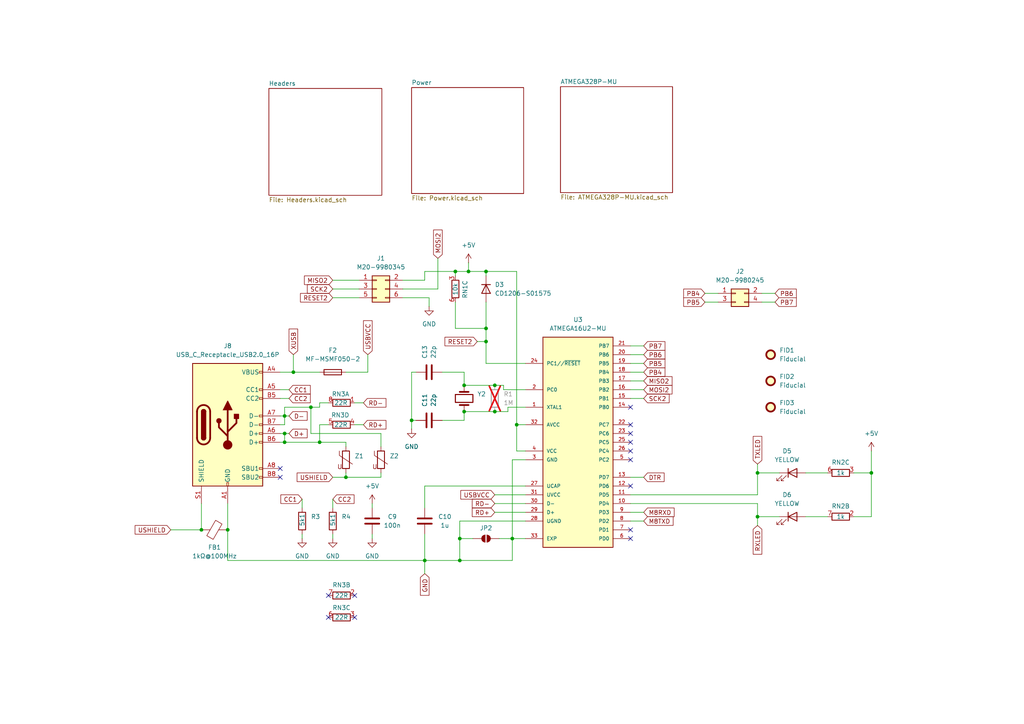
<source format=kicad_sch>
(kicad_sch (version 20231120) (generator "eeschema") (generator_version "8.0")
  (paper "A4")
  (title_block (title "Arduino Uno SMD (Type-C)") (date "2024-05-08") (rev "1") (company "Carlos Sabogal"))
  (lib_symbols
    (symbol "Arduino Uno SMD:ATMEGA16U2-MU" (pin_names (offset 1.016))
      (property "Reference" "U" (at -10.1697 34.0687 0))
      (property "Value" "ATMEGA16U2-MU" (at -10.16 -30.226 0))
      (symbol "ATMEGA16U2-MU_0_0"
        (rectangle (start -10.16 33.02) (end 10.16 -27.94) (stroke (width 0.254)) (fill (type background)))
        (pin input line (at -15.24 12.7 0) (length 5.08) (name "XTAL1") (number "1"))
        (pin bidirectional line (at 15.24 -15.24 180) (length 5.08) (name "PD4") (number "10"))
        (pin bidirectional line (at 15.24 -12.7 180) (length 5.08) (name "PD5") (number "11"))
        (pin bidirectional line (at 15.24 -10.16 180) (length 5.08) (name "PD6") (number "12"))
        (pin bidirectional line (at 15.24 -7.62 180) (length 5.08) (name "PD7") (number "13"))
        (pin bidirectional line (at 15.24 12.7 180) (length 5.08) (name "PB0") (number "14"))
        (pin bidirectional line (at 15.24 15.24 180) (length 5.08) (name "PB1") (number "15"))
        (pin bidirectional line (at 15.24 17.78 180) (length 5.08) (name "PB2") (number "16"))
        (pin bidirectional line (at 15.24 20.32 180) (length 5.08) (name "PB3") (number "17"))
        (pin bidirectional line (at 15.24 22.86 180) (length 5.08) (name "PB4") (number "18"))
        (pin bidirectional line (at 15.24 25.4 180) (length 5.08) (name "PB5") (number "19"))
        (pin bidirectional line (at -15.24 17.78 0) (length 5.08) (name "PC0") (number "2"))
        (pin bidirectional line (at 15.24 27.94 180) (length 5.08) (name "PB6") (number "20"))
        (pin bidirectional line (at 15.24 30.48 180) (length 5.08) (name "PB7") (number "21"))
        (pin bidirectional line (at 15.24 7.62 180) (length 5.08) (name "PC7") (number "22"))
        (pin bidirectional line (at 15.24 5.08 180) (length 5.08) (name "PC6") (number "23"))
        (pin bidirectional line (at -15.24 25.4 0) (length 5.08) (name "PC1//~{RESET}") (number "24"))
        (pin bidirectional line (at 15.24 2.54 180) (length 5.08) (name "PC5") (number "25"))
        (pin bidirectional line (at 15.24 0 180) (length 5.08) (name "PC4") (number "26"))
        (pin output line (at -15.24 -10.16 0) (length 5.08) (name "UCAP") (number "27"))
        (pin power_in line (at -15.24 -20.32 0) (length 5.08) (name "UGND") (number "28"))
        (pin bidirectional line (at -15.24 -17.78 0) (length 5.08) (name "D+") (number "29"))
        (pin power_in line (at -15.24 -2.54 0) (length 5.08) (name "GND") (number "3"))
        (pin bidirectional line (at -15.24 -15.24 0) (length 5.08) (name "D-") (number "30"))
        (pin power_in line (at -15.24 -12.7 0) (length 5.08) (name "UVCC") (number "31"))
        (pin power_in line (at -15.24 7.62 0) (length 5.08) (name "AVCC") (number "32"))
        (pin power_in line (at -15.24 -25.4 0) (length 5.08) (name "EXP") (number "33"))
        (pin power_in line (at -15.24 0 0) (length 5.08) (name "VCC") (number "4"))
        (pin bidirectional line (at 15.24 -2.54 180) (length 5.08) (name "PC2") (number "5"))
        (pin bidirectional line (at 15.24 -25.4 180) (length 5.08) (name "PD0") (number "6"))
        (pin bidirectional line (at 15.24 -22.86 180) (length 5.08) (name "PD1") (number "7"))
        (pin bidirectional line (at 15.24 -20.32 180) (length 5.08) (name "PD2") (number "8"))
        (pin bidirectional line (at 15.24 -17.78 180) (length 5.08) (name "PD3") (number "9"))
      )
    )
    (symbol "Connector:USB_C_Receptacle_USB2.0_16P" (pin_names (offset 1.016))
      (property "Reference" "J" (at 0 22.225 0))
      (property "Value" "USB_C_Receptacle_USB2.0_16P" (at 0 19.685 0))
      (symbol "USB_C_Receptacle_USB2.0_16P_0_0"
        (rectangle (start -0.254 -17.78) (end 0.254 -16.764))
        (rectangle (start 10.16 -14.986) (end 9.144 -15.494))
        (rectangle (start 10.16 -12.446) (end 9.144 -12.954))
        (rectangle (start 10.16 -4.826) (end 9.144 -5.334))
        (rectangle (start 10.16 -2.286) (end 9.144 -2.794))
        (rectangle (start 10.16 0.254) (end 9.144 -0.254))
        (rectangle (start 10.16 2.794) (end 9.144 2.286))
        (rectangle (start 10.16 7.874) (end 9.144 7.366))
        (rectangle (start 10.16 10.414) (end 9.144 9.906))
        (rectangle (start 10.16 15.494) (end 9.144 14.986))
      )
      (symbol "USB_C_Receptacle_USB2.0_16P_0_1"
        (rectangle (start -10.16 17.78) (end 10.16 -17.78) (stroke (width 0.254)) (fill (type background)))
        (arc (start -8.89 -3.81) (mid -6.985 -5.7067) (end -5.08 -3.81) (stroke (width 0.508)))
        (arc (start -7.62 -3.81) (mid -6.985 -4.4423) (end -6.35 -3.81) (stroke (width 0.254)))
        (arc (start -7.62 -3.81) (mid -6.985 -4.4423) (end -6.35 -3.81) (stroke (width 0.254)) (fill (type outline)))
        (rectangle (start -7.62 -3.81) (end -6.35 3.81) (stroke (width 0.254)) (fill (type outline)))
        (arc (start -6.35 3.81) (mid -6.985 4.4423) (end -7.62 3.81) (stroke (width 0.254)))
        (arc (start -6.35 3.81) (mid -6.985 4.4423) (end -7.62 3.81) (stroke (width 0.254)) (fill (type outline)))
        (arc (start -5.08 3.81) (mid -6.985 5.7067) (end -8.89 3.81) (stroke (width 0.508)))
        (circle (center -2.54 1.143) (radius 0.635) (stroke (width 0.254)) (fill (type outline)))
        (circle (center 0 -5.842) (radius 1.27) (fill (type outline)))
        (polyline (pts (xy -8.89 -3.81) (xy -8.89 3.81)) (stroke (width 0.508)))
        (polyline (pts (xy -5.08 3.81) (xy -5.08 -3.81)) (stroke (width 0.508)))
        (polyline (pts (xy 0 -5.842) (xy 0 4.318)) (stroke (width 0.508)))
        (polyline (pts (xy 0 -3.302) (xy -2.54 -0.762) (xy -2.54 0.508)) (stroke (width 0.508)))
        (polyline (pts (xy 0 -2.032) (xy 2.54 0.508) (xy 2.54 1.778)) (stroke (width 0.508)))
        (polyline (pts (xy -1.27 4.318) (xy 0 6.858) (xy 1.27 4.318) (xy -1.27 4.318)) (stroke (width 0.254)) (fill (type outline)))
        (rectangle (start 1.905 1.778) (end 3.175 3.048) (stroke (width 0.254)) (fill (type outline)))
      )
      (symbol "USB_C_Receptacle_USB2.0_16P_1_1"
        (pin passive line (at 0 -22.86 90) (length 5.08) (name "GND") (number "A1"))
        (pin passive line (at 0 -22.86 90) (length 5.08) hide (name "GND") (number "A12"))
        (pin passive line (at 15.24 15.24 180) (length 5.08) (name "VBUS") (number "A4"))
        (pin bidirectional line (at 15.24 10.16 180) (length 5.08) (name "CC1") (number "A5"))
        (pin bidirectional line (at 15.24 -2.54 180) (length 5.08) (name "D+") (number "A6"))
        (pin bidirectional line (at 15.24 2.54 180) (length 5.08) (name "D-") (number "A7"))
        (pin bidirectional line (at 15.24 -12.7 180) (length 5.08) (name "SBU1") (number "A8"))
        (pin passive line (at 15.24 15.24 180) (length 5.08) hide (name "VBUS") (number "A9"))
        (pin passive line (at 0 -22.86 90) (length 5.08) hide (name "GND") (number "B1"))
        (pin passive line (at 0 -22.86 90) (length 5.08) hide (name "GND") (number "B12"))
        (pin passive line (at 15.24 15.24 180) (length 5.08) hide (name "VBUS") (number "B4"))
        (pin bidirectional line (at 15.24 7.62 180) (length 5.08) (name "CC2") (number "B5"))
        (pin bidirectional line (at 15.24 -5.08 180) (length 5.08) (name "D+") (number "B6"))
        (pin bidirectional line (at 15.24 0 180) (length 5.08) (name "D-") (number "B7"))
        (pin bidirectional line (at 15.24 -15.24 180) (length 5.08) (name "SBU2") (number "B8"))
        (pin passive line (at 15.24 15.24 180) (length 5.08) hide (name "VBUS") (number "B9"))
        (pin passive line (at -7.62 -22.86 90) (length 5.08) (name "SHIELD") (number "S1"))
      )
    )
    (symbol "Connector_Generic:Conn_02x02_Odd_Even" (pin_names (offset 1.016) hide)
      (property "Reference" "J" (at 1.27 2.54 0))
      (property "Value" "Conn_02x02_Odd_Even" (at 1.27 -5.08 0))
      (symbol "Conn_02x02_Odd_Even_1_1"
        (rectangle (start -1.27 -2.413) (end 0 -2.667) (stroke (width 0.1524)))
        (rectangle (start -1.27 0.127) (end 0 -0.127) (stroke (width 0.1524)))
        (rectangle (start -1.27 1.27) (end 3.81 -3.81) (stroke (width 0.254)) (fill (type background)))
        (rectangle (start 3.81 -2.413) (end 2.54 -2.667) (stroke (width 0.1524)))
        (rectangle (start 3.81 0.127) (end 2.54 -0.127) (stroke (width 0.1524)))
        (pin passive line (at -5.08 0 0) (length 3.81) (name "Pin_1") (number "1"))
        (pin passive line (at 7.62 0 180) (length 3.81) (name "Pin_2") (number "2"))
        (pin passive line (at -5.08 -2.54 0) (length 3.81) (name "Pin_3") (number "3"))
        (pin passive line (at 7.62 -2.54 180) (length 3.81) (name "Pin_4") (number "4"))
      )
    )
    (symbol "Connector_Generic:Conn_02x03_Odd_Even" (pin_names (offset 1.016) hide)
      (property "Reference" "J" (at 1.27 5.08 0))
      (property "Value" "Conn_02x03_Odd_Even" (at 1.27 -5.08 0))
      (symbol "Conn_02x03_Odd_Even_1_1"
        (rectangle (start -1.27 -2.413) (end 0 -2.667) (stroke (width 0.1524)))
        (rectangle (start -1.27 0.127) (end 0 -0.127) (stroke (width 0.1524)))
        (rectangle (start -1.27 2.667) (end 0 2.413) (stroke (width 0.1524)))
        (rectangle (start -1.27 3.81) (end 3.81 -3.81) (stroke (width 0.254)) (fill (type background)))
        (rectangle (start 3.81 -2.413) (end 2.54 -2.667) (stroke (width 0.1524)))
        (rectangle (start 3.81 0.127) (end 2.54 -0.127) (stroke (width 0.1524)))
        (rectangle (start 3.81 2.667) (end 2.54 2.413) (stroke (width 0.1524)))
        (pin passive line (at -5.08 2.54 0) (length 3.81) (name "Pin_1") (number "1"))
        (pin passive line (at 7.62 2.54 180) (length 3.81) (name "Pin_2") (number "2"))
        (pin passive line (at -5.08 0 0) (length 3.81) (name "Pin_3") (number "3"))
        (pin passive line (at 7.62 0 180) (length 3.81) (name "Pin_4") (number "4"))
        (pin passive line (at -5.08 -2.54 0) (length 3.81) (name "Pin_5") (number "5"))
        (pin passive line (at 7.62 -2.54 180) (length 3.81) (name "Pin_6") (number "6"))
      )
    )
    (symbol "Device:C" (pin_numbers hide) (pin_names (offset 0.254))
      (property "Reference" "C" (at 0.635 2.54 0))
      (property "Value" "C" (at 0.635 -2.54 0))
      (symbol "C_0_1"
        (polyline (pts (xy -2.032 -0.762) (xy 2.032 -0.762)) (stroke (width 0.508)))
        (polyline (pts (xy -2.032 0.762) (xy 2.032 0.762)) (stroke (width 0.508)))
      )
      (symbol "C_1_1"
        (pin passive line (at 0 3.81 270) (length 2.794) (name "~") (number "1"))
        (pin passive line (at 0 -3.81 90) (length 2.794) (name "~") (number "2"))
      )
    )
    (symbol "Device:Crystal" (pin_numbers hide) (pin_names (offset 1.016) hide)
      (property "Reference" "Y" (at 0 3.81 0))
      (property "Value" "Crystal" (at 0 -3.81 0))
      (symbol "Crystal_0_1"
        (rectangle (start -1.143 2.54) (end 1.143 -2.54) (stroke (width 0.3048)))
        (polyline (pts (xy -2.54 0) (xy -1.905 0)))
        (polyline (pts (xy -1.905 -1.27) (xy -1.905 1.27)) (stroke (width 0.508)))
        (polyline (pts (xy 1.905 -1.27) (xy 1.905 1.27)) (stroke (width 0.508)))
        (polyline (pts (xy 2.54 0) (xy 1.905 0)))
      )
      (symbol "Crystal_1_1"
        (pin passive line (at -3.81 0 0) (length 1.27) (name "1") (number "1"))
        (pin passive line (at 3.81 0 180) (length 1.27) (name "2") (number "2"))
      )
    )
    (symbol "Device:D" (pin_numbers hide) (pin_names (offset 1.016) hide)
      (property "Reference" "D" (at 0 2.54 0))
      (property "Value" "D" (at 0 -2.54 0))
      (symbol "D_0_1"
        (polyline (pts (xy -1.27 1.27) (xy -1.27 -1.27)) (stroke (width 0.254)))
        (polyline (pts (xy 1.27 0) (xy -1.27 0)))
        (polyline (pts (xy 1.27 1.27) (xy 1.27 -1.27) (xy -1.27 0) (xy 1.27 1.27)) (stroke (width 0.254)))
      )
      (symbol "D_1_1"
        (pin passive line (at -3.81 0 0) (length 2.54) (name "K") (number "1"))
        (pin passive line (at 3.81 0 180) (length 2.54) (name "A") (number "2"))
      )
    )
    (symbol "Device:FerriteBead" (pin_numbers hide) (pin_names (offset 0))
      (property "Reference" "FB" (at -3.81 0.635 90))
      (property "Value" "FerriteBead" (at 3.81 0 90))
      (symbol "FerriteBead_0_1"
        (polyline (pts (xy 0 -1.27) (xy 0 -1.2192)))
        (polyline (pts (xy 0 1.27) (xy 0 1.2954)))
        (polyline (pts (xy -2.7686 0.4064) (xy -1.7018 2.2606) (xy 2.7686 -0.3048) (xy 1.6764 -2.159) (xy -2.7686 0.4064)))
      )
      (symbol "FerriteBead_1_1"
        (pin passive line (at 0 3.81 270) (length 2.54) (name "~") (number "1"))
        (pin passive line (at 0 -3.81 90) (length 2.54) (name "~") (number "2"))
      )
    )
    (symbol "Device:Fuse" (pin_numbers hide) (pin_names (offset 0))
      (property "Reference" "F" (at 2.032 0 90))
      (property "Value" "Fuse" (at -1.905 0 90))
      (symbol "Fuse_0_1"
        (rectangle (start -0.762 -2.54) (end 0.762 2.54) (stroke (width 0.254)))
        (polyline (pts (xy 0 2.54) (xy 0 -2.54)))
      )
      (symbol "Fuse_1_1"
        (pin passive line (at 0 3.81 270) (length 1.27) (name "~") (number "1"))
        (pin passive line (at 0 -3.81 90) (length 1.27) (name "~") (number "2"))
      )
    )
    (symbol "Device:LED" (pin_numbers hide) (pin_names (offset 1.016) hide)
      (property "Reference" "D" (at 0 2.54 0))
      (property "Value" "LED" (at 0 -2.54 0))
      (symbol "LED_0_1"
        (polyline (pts (xy -1.27 -1.27) (xy -1.27 1.27)) (stroke (width 0.254)))
        (polyline (pts (xy -1.27 0) (xy 1.27 0)))
        (polyline (pts (xy 1.27 -1.27) (xy 1.27 1.27) (xy -1.27 0) (xy 1.27 -1.27)) (stroke (width 0.254)))
        (polyline (pts (xy -3.048 -0.762) (xy -4.572 -2.286) (xy -3.81 -2.286) (xy -4.572 -2.286) (xy -4.572 -1.524)))
        (polyline (pts (xy -1.778 -0.762) (xy -3.302 -2.286) (xy -2.54 -2.286) (xy -3.302 -2.286) (xy -3.302 -1.524)))
      )
      (symbol "LED_1_1"
        (pin passive line (at -3.81 0 0) (length 2.54) (name "K") (number "1"))
        (pin passive line (at 3.81 0 180) (length 2.54) (name "A") (number "2"))
      )
    )
    (symbol "Device:R" (pin_numbers hide) (pin_names (offset 0))
      (property "Reference" "R" (at 2.032 0 90))
      (property "Value" "R" (at 0 0 90))
      (symbol "R_0_1"
        (rectangle (start -1.016 -2.54) (end 1.016 2.54) (stroke (width 0.254)))
      )
      (symbol "R_1_1"
        (pin passive line (at 0 3.81 270) (length 1.27) (name "~") (number "1"))
        (pin passive line (at 0 -3.81 90) (length 1.27) (name "~") (number "2"))
      )
    )
    (symbol "Device:R_Pack04_Split" (pin_names (offset 0) hide)
      (property "Reference" "RN" (at 2.032 0 90))
      (property "Value" "R_Pack04_Split" (at 0 0 90))
      (symbol "R_Pack04_Split_0_1"
        (rectangle (start 1.016 2.54) (end -1.016 -2.54) (stroke (width 0.254)))
      )
      (symbol "R_Pack04_Split_1_1"
        (pin passive line (at 0 -3.81 90) (length 1.27) (name "R1.1") (number "1"))
        (pin passive line (at 0 3.81 270) (length 1.27) (name "R1.2") (number "8"))
      )
      (symbol "R_Pack04_Split_2_1"
        (pin passive line (at 0 -3.81 90) (length 1.27) (name "R2.1") (number "2"))
        (pin passive line (at 0 3.81 270) (length 1.27) (name "R2.2") (number "7"))
      )
      (symbol "R_Pack04_Split_3_1"
        (pin passive line (at 0 -3.81 90) (length 1.27) (name "R3.1") (number "3"))
        (pin passive line (at 0 3.81 270) (length 1.27) (name "R3.2") (number "6"))
      )
      (symbol "R_Pack04_Split_4_1"
        (pin passive line (at 0 -3.81 90) (length 1.27) (name "R4.1") (number "4"))
        (pin passive line (at 0 3.81 270) (length 1.27) (name "R4.2") (number "5"))
      )
    )
    (symbol "Device:Varistor" (pin_numbers hide) (pin_names (offset 0))
      (property "Reference" "RV" (at 3.175 0 90))
      (property "Value" "Varistor" (at -3.175 0 90))
      (symbol "Varistor_0_0"
        (text "U" (at -1.778 -2.032 0) (effects (font (size 1.27 1.27))))
      )
      (symbol "Varistor_0_1"
        (rectangle (start -1.016 -2.54) (end 1.016 2.54) (stroke (width 0.254)))
        (polyline (pts (xy -1.905 2.54) (xy -1.905 1.27) (xy 1.905 -1.27)))
      )
      (symbol "Varistor_1_1"
        (pin passive line (at 0 3.81 270) (length 1.27) (name "~") (number "1"))
        (pin passive line (at 0 -3.81 90) (length 1.27) (name "~") (number "2"))
      )
    )
    (symbol "Jumper:SolderJumper_2_Open" (pin_numbers hide) (pin_names (offset 0) hide) (exclude_from_sim yes) (in_bom no)
      (property "Reference" "JP" (at 0 2.032 0))
      (property "Value" "SolderJumper_2_Open" (at 0 -2.54 0))
      (symbol "SolderJumper_2_Open_0_1"
        (arc (start -0.254 1.016) (mid -1.2656 0) (end -0.254 -1.016))
        (arc (start -0.254 1.016) (mid -1.2656 0) (end -0.254 -1.016) (fill (type outline)))
        (polyline (pts (xy -0.254 1.016) (xy -0.254 -1.016)))
        (polyline (pts (xy 0.254 1.016) (xy 0.254 -1.016)))
        (arc (start 0.254 -1.016) (mid 1.2656 0) (end 0.254 1.016))
        (arc (start 0.254 -1.016) (mid 1.2656 0) (end 0.254 1.016) (fill (type outline)))
      )
      (symbol "SolderJumper_2_Open_1_1"
        (pin passive line (at -3.81 0 0) (length 2.54) (name "A") (number "1"))
        (pin passive line (at 3.81 0 180) (length 2.54) (name "B") (number "2"))
      )
    )
    (symbol "Mechanical:Fiducial" (exclude_from_sim yes) (in_bom no)
      (property "Reference" "FID" (at 0 5.08 0))
      (property "Value" "Fiducial" (at 0 3.175 0))
      (symbol "Fiducial_0_1"
        (circle (center 0 0) (radius 1.27) (stroke (width 0.508)) (fill (type background)))
      )
    )
    (symbol "power:+5V" (power) (pin_numbers hide) (pin_names (offset 0) hide)
      (property "Value" "+5V" (at 0 3.556 0))
      (symbol "+5V_0_1"
        (polyline (pts (xy -0.762 1.27) (xy 0 2.54)))
        (polyline (pts (xy 0 0) (xy 0 2.54)))
        (polyline (pts (xy 0 2.54) (xy 0.762 1.27)))
      )
      (symbol "+5V_1_1"
        (pin power_in line (at 0 0 90) (length 0) (name "~") (number "1"))
      )
    )
    (symbol "power:GND" (power) (pin_numbers hide) (pin_names (offset 0) hide)
      (property "Value" "GND" (at 0 -3.81 0))
      (symbol "GND_0_1"
        (polyline (pts (xy 0 0) (xy 0 -1.27) (xy 1.27 -1.27) (xy 0 -2.54) (xy -1.27 -1.27) (xy 0 -1.27)))
      )
      (symbol "GND_1_1"
        (pin power_in line (at 0 0 270) (length 0) (name "~") (number "1"))
      )
    )
  )
  (junction (at 219.71 137.16))
  (junction (at 66.04 153.67))
  (junction (at 85.09 107.95))
  (junction (at 143.51 111.76))
  (junction (at 92.71 128.27))
  (junction (at 140.97 78.74))
  (junction (at 143.51 119.38))
  (junction (at 123.19 162.56))
  (junction (at 140.97 95.25))
  (junction (at 82.55 128.27))
  (junction (at 252.73 137.16))
  (junction (at 82.55 125.73))
  (junction (at 134.62 111.76))
  (junction (at 90.17 118.11))
  (junction (at 148.59 156.21))
  (junction (at 58.42 153.67))
  (junction (at 149.86 123.19))
  (junction (at 219.71 149.86))
  (junction (at 119.38 121.92))
  (junction (at 132.08 78.74))
  (junction (at 134.62 119.38))
  (junction (at 133.35 156.21))
  (junction (at 140.97 99.06))
  (junction (at 82.55 120.65))
  (junction (at 133.35 162.56))
  (junction (at 135.89 78.74))
  (junction (at 100.33 138.43))
  (no_connect (at 182.88 140.97))
  (no_connect (at 182.88 125.73))
  (no_connect (at 182.88 118.11))
  (no_connect (at 81.28 135.89))
  (no_connect (at 102.87 172.72))
  (no_connect (at 182.88 153.67))
  (no_connect (at 95.25 172.72))
  (no_connect (at 81.28 138.43))
  (no_connect (at 95.25 179.07))
  (no_connect (at 182.88 128.27))
  (no_connect (at 102.87 179.07))
  (no_connect (at 182.88 133.35))
  (no_connect (at 182.88 130.81))
  (no_connect (at 182.88 156.21))
  (no_connect (at 182.88 123.19))
  (wire (pts (xy 123.19 140.97) (xy 123.19 147.32)))
  (wire (pts (xy 95.25 123.19) (xy 92.71 123.19)))
  (wire (pts (xy 143.51 148.59) (xy 152.4 148.59)))
  (wire (pts (xy 134.62 111.76) (xy 143.51 111.76)))
  (wire (pts (xy 219.71 149.86) (xy 226.06 149.86)))
  (wire (pts (xy 133.35 156.21) (xy 137.16 156.21)))
  (wire (pts (xy 140.97 99.06) (xy 140.97 95.25)))
  (wire (pts (xy 149.86 123.19) (xy 149.86 130.81)))
  (wire (pts (xy 149.86 78.74) (xy 140.97 78.74)))
  (wire (pts (xy 186.69 107.95) (xy 182.88 107.95)))
  (wire (pts (xy 135.89 76.2) (xy 135.89 78.74)))
  (wire (pts (xy 132.08 80.01) (xy 132.08 78.74)))
  (wire (pts (xy 82.55 120.65) (xy 81.28 120.65)))
  (wire (pts (xy 119.38 107.95) (xy 120.65 107.95)))
  (wire (pts (xy 186.69 110.49) (xy 182.88 110.49)))
  (wire (pts (xy 100.33 137.16) (xy 100.33 138.43)))
  (wire (pts (xy 87.63 156.21) (xy 87.63 154.94)))
  (wire (pts (xy 81.28 123.19) (xy 82.55 123.19)))
  (wire (pts (xy 133.35 156.21) (xy 133.35 162.56)))
  (wire (pts (xy 92.71 118.11) (xy 90.17 118.11)))
  (wire (pts (xy 105.41 116.84) (xy 102.87 116.84)))
  (wire (pts (xy 186.69 115.57) (xy 182.88 115.57)))
  (wire (pts (xy 140.97 78.74) (xy 135.89 78.74)))
  (wire (pts (xy 224.79 87.63) (xy 220.98 87.63)))
  (wire (pts (xy 132.08 87.63) (xy 132.08 95.25)))
  (wire (pts (xy 110.49 138.43) (xy 110.49 137.16)))
  (wire (pts (xy 92.71 123.19) (xy 92.71 128.27)))
  (wire (pts (xy 82.55 123.19) (xy 82.55 120.65)))
  (wire (pts (xy 49.53 153.67) (xy 58.42 153.67)))
  (wire (pts (xy 124.46 86.36) (xy 124.46 88.9)))
  (wire (pts (xy 252.73 137.16) (xy 252.73 149.86)))
  (wire (pts (xy 252.73 130.81) (xy 252.73 137.16)))
  (wire (pts (xy 100.33 138.43) (xy 110.49 138.43)))
  (wire (pts (xy 110.49 129.54) (xy 110.49 125.73)))
  (wire (pts (xy 81.28 128.27) (xy 82.55 128.27)))
  (wire (pts (xy 82.55 128.27) (xy 82.55 125.73)))
  (wire (pts (xy 252.73 149.86) (xy 247.65 149.86)))
  (wire (pts (xy 148.59 156.21) (xy 152.4 156.21)))
  (wire (pts (xy 116.84 86.36) (xy 124.46 86.36)))
  (wire (pts (xy 149.86 123.19) (xy 152.4 123.19)))
  (wire (pts (xy 143.51 143.51) (xy 152.4 143.51)))
  (wire (pts (xy 92.71 116.84) (xy 95.25 116.84)))
  (wire (pts (xy 123.19 166.37) (xy 123.19 162.56)))
  (wire (pts (xy 90.17 118.11) (xy 82.55 118.11)))
  (wire (pts (xy 144.78 156.21) (xy 148.59 156.21)))
  (wire (pts (xy 105.41 123.19) (xy 102.87 123.19)))
  (wire (pts (xy 182.88 143.51) (xy 219.71 143.51)))
  (wire (pts (xy 123.19 162.56) (xy 123.19 154.94)))
  (wire (pts (xy 186.69 148.59) (xy 182.88 148.59)))
  (wire (pts (xy 133.35 151.13) (xy 133.35 156.21)))
  (wire (pts (xy 219.71 137.16) (xy 226.06 137.16)))
  (wire (pts (xy 116.84 81.28) (xy 123.19 81.28)))
  (wire (pts (xy 219.71 137.16) (xy 219.71 134.62)))
  (wire (pts (xy 82.55 118.11) (xy 82.55 120.65)))
  (wire (pts (xy 152.4 133.35) (xy 148.59 133.35)))
  (wire (pts (xy 85.09 107.95) (xy 81.28 107.95)))
  (wire (pts (xy 87.63 144.78) (xy 87.63 147.32)))
  (wire (pts (xy 134.62 119.38) (xy 143.51 119.38)))
  (wire (pts (xy 96.52 81.28) (xy 104.14 81.28)))
  (wire (pts (xy 233.68 137.16) (xy 240.03 137.16)))
  (wire (pts (xy 208.28 87.63) (xy 204.47 87.63)))
  (wire (pts (xy 152.4 151.13) (xy 133.35 151.13)))
  (wire (pts (xy 233.68 149.86) (xy 240.03 149.86)))
  (wire (pts (xy 143.51 146.05) (xy 152.4 146.05)))
  (wire (pts (xy 123.19 78.74) (xy 123.19 81.28)))
  (wire (pts (xy 182.88 146.05) (xy 219.71 146.05)))
  (wire (pts (xy 140.97 87.63) (xy 140.97 95.25)))
  (wire (pts (xy 96.52 144.78) (xy 96.52 147.32)))
  (wire (pts (xy 134.62 111.76) (xy 134.62 107.95)))
  (wire (pts (xy 132.08 95.25) (xy 140.97 95.25)))
  (wire (pts (xy 123.19 78.74) (xy 132.08 78.74)))
  (wire (pts (xy 96.52 138.43) (xy 100.33 138.43)))
  (wire (pts (xy 107.95 156.21) (xy 107.95 154.94)))
  (wire (pts (xy 96.52 156.21) (xy 96.52 154.94)))
  (wire (pts (xy 100.33 128.27) (xy 92.71 128.27)))
  (wire (pts (xy 219.71 143.51) (xy 219.71 137.16)))
  (wire (pts (xy 152.4 118.11) (xy 147.32 118.11)))
  (wire (pts (xy 186.69 100.33) (xy 182.88 100.33)))
  (wire (pts (xy 127 74.93) (xy 127 83.82)))
  (wire (pts (xy 83.82 120.65) (xy 82.55 120.65)))
  (wire (pts (xy 85.09 107.95) (xy 92.71 107.95)))
  (wire (pts (xy 140.97 105.41) (xy 140.97 99.06)))
  (wire (pts (xy 219.71 146.05) (xy 219.71 149.86)))
  (wire (pts (xy 66.04 162.56) (xy 123.19 162.56)))
  (wire (pts (xy 148.59 162.56) (xy 148.59 156.21)))
  (wire (pts (xy 96.52 86.36) (xy 104.14 86.36)))
  (wire (pts (xy 224.79 85.09) (xy 220.98 85.09)))
  (wire (pts (xy 148.59 133.35) (xy 148.59 156.21)))
  (wire (pts (xy 106.68 102.87) (xy 106.68 107.95)))
  (wire (pts (xy 186.69 138.43) (xy 182.88 138.43)))
  (wire (pts (xy 119.38 107.95) (xy 119.38 121.92)))
  (wire (pts (xy 134.62 107.95) (xy 128.27 107.95)))
  (wire (pts (xy 147.32 118.11) (xy 147.32 119.38)))
  (wire (pts (xy 85.09 102.87) (xy 85.09 107.95)))
  (wire (pts (xy 100.33 128.27) (xy 100.33 129.54)))
  (wire (pts (xy 90.17 125.73) (xy 110.49 125.73)))
  (wire (pts (xy 128.27 121.92) (xy 134.62 121.92)))
  (wire (pts (xy 152.4 105.41) (xy 140.97 105.41)))
  (wire (pts (xy 119.38 121.92) (xy 120.65 121.92)))
  (wire (pts (xy 92.71 128.27) (xy 82.55 128.27)))
  (wire (pts (xy 146.05 113.03) (xy 146.05 111.76)))
  (wire (pts (xy 140.97 80.01) (xy 140.97 78.74)))
  (wire (pts (xy 133.35 162.56) (xy 123.19 162.56)))
  (wire (pts (xy 66.04 146.05) (xy 66.04 153.67)))
  (wire (pts (xy 92.71 116.84) (xy 92.71 118.11)))
  (wire (pts (xy 90.17 125.73) (xy 90.17 118.11)))
  (wire (pts (xy 138.43 99.06) (xy 140.97 99.06)))
  (wire (pts (xy 134.62 121.92) (xy 134.62 119.38)))
  (wire (pts (xy 66.04 153.67) (xy 66.04 162.56)))
  (wire (pts (xy 100.33 107.95) (xy 106.68 107.95)))
  (wire (pts (xy 133.35 162.56) (xy 148.59 162.56)))
  (wire (pts (xy 219.71 149.86) (xy 219.71 152.4)))
  (wire (pts (xy 107.95 146.05) (xy 107.95 147.32)))
  (wire (pts (xy 186.69 113.03) (xy 182.88 113.03)))
  (wire (pts (xy 83.82 125.73) (xy 82.55 125.73)))
  (wire (pts (xy 135.89 78.74) (xy 132.08 78.74)))
  (wire (pts (xy 83.82 115.57) (xy 81.28 115.57)))
  (wire (pts (xy 58.42 146.05) (xy 58.42 153.67)))
  (wire (pts (xy 149.86 78.74) (xy 149.86 123.19)))
  (wire (pts (xy 119.38 124.46) (xy 119.38 121.92)))
  (wire (pts (xy 143.51 111.76) (xy 146.05 111.76)))
  (wire (pts (xy 247.65 137.16) (xy 252.73 137.16)))
  (wire (pts (xy 152.4 140.97) (xy 123.19 140.97)))
  (wire (pts (xy 116.84 83.82) (xy 127 83.82)))
  (wire (pts (xy 96.52 83.82) (xy 104.14 83.82)))
  (wire (pts (xy 82.55 125.73) (xy 81.28 125.73)))
  (wire (pts (xy 186.69 151.13) (xy 182.88 151.13)))
  (wire (pts (xy 83.82 113.03) (xy 81.28 113.03)))
  (wire (pts (xy 186.69 102.87) (xy 182.88 102.87)))
  (wire (pts (xy 149.86 130.81) (xy 152.4 130.81)))
  (wire (pts (xy 152.4 113.03) (xy 146.05 113.03)))
  (wire (pts (xy 204.47 85.09) (xy 208.28 85.09)))
  (wire (pts (xy 186.69 105.41) (xy 182.88 105.41)))
  (wire (pts (xy 143.51 119.38) (xy 147.32 119.38)))
  (global_label "TXLED" (shape input) (at 219.71 134.62 90) (property "Intersheetrefs" "${INTERSHEET_REFS}" (effects (hide yes))))
  (global_label "SCK2" (shape input) (at 186.69 115.57 0) (property "Intersheetrefs" "${INTERSHEET_REFS}" (effects (hide yes))))
  (global_label "RD+" (shape input) (at 143.51 148.59 180) (property "Intersheetrefs" "${INTERSHEET_REFS}" (effects (hide yes))))
  (global_label "RESET2" (shape input) (at 96.52 86.36 180) (property "Intersheetrefs" "${INTERSHEET_REFS}" (effects (hide yes))))
  (global_label "XUSB" (shape input) (at 85.09 102.87 90) (property "Intersheetrefs" "${INTERSHEET_REFS}" (effects (hide yes))))
  (global_label "D+" (shape input) (at 83.82 125.73 0) (property "Intersheetrefs" "${INTERSHEET_REFS}" (effects (hide yes))))
  (global_label "RESET2" (shape input) (at 138.43 99.06 180) (property "Intersheetrefs" "${INTERSHEET_REFS}" (effects (hide yes))))
  (global_label "USBVCC" (shape input) (at 106.68 102.87 90) (property "Intersheetrefs" "${INTERSHEET_REFS}" (effects (hide yes))))
  (global_label "USBVCC" (shape input) (at 143.51 143.51 180) (property "Intersheetrefs" "${INTERSHEET_REFS}" (effects (hide yes))))
  (global_label "RD-" (shape input) (at 143.51 146.05 180) (property "Intersheetrefs" "${INTERSHEET_REFS}" (effects (hide yes))))
  (global_label "RD-" (shape input) (at 105.41 116.84 0) (property "Intersheetrefs" "${INTERSHEET_REFS}" (effects (hide yes))))
  (global_label "MOSI2" (shape input) (at 186.69 113.03 0) (property "Intersheetrefs" "${INTERSHEET_REFS}" (effects (hide yes))))
  (global_label "MISO2" (shape input) (at 186.69 110.49 0) (property "Intersheetrefs" "${INTERSHEET_REFS}" (effects (hide yes))))
  (global_label "RD+" (shape input) (at 105.41 123.19 0) (property "Intersheetrefs" "${INTERSHEET_REFS}" (effects (hide yes))))
  (global_label "CC1" (shape input) (at 83.82 113.03 0) (property "Intersheetrefs" "${INTERSHEET_REFS}" (effects (hide yes))))
  (global_label "PB7" (shape input) (at 224.79 87.63 0) (property "Intersheetrefs" "${INTERSHEET_REFS}" (effects (hide yes))))
  (global_label "SCK2" (shape input) (at 96.52 83.82 180) (property "Intersheetrefs" "${INTERSHEET_REFS}" (effects (hide yes))))
  (global_label "RXLED" (shape input) (at 219.71 152.4 270) (property "Intersheetrefs" "${INTERSHEET_REFS}" (effects (hide yes))))
  (global_label "PB7" (shape input) (at 186.69 100.33 0) (property "Intersheetrefs" "${INTERSHEET_REFS}" (effects (hide yes))))
  (global_label "GND" (shape input) (at 123.19 166.37 270) (property "Intersheetrefs" "${INTERSHEET_REFS}" (effects (hide yes))))
  (global_label "USHIELD" (shape input) (at 49.53 153.67 180) (property "Intersheetrefs" "${INTERSHEET_REFS}" (effects (hide yes))))
  (global_label "USHIELD" (shape input) (at 96.52 138.43 180) (property "Intersheetrefs" "${INTERSHEET_REFS}" (effects (hide yes))))
  (global_label "CC1" (shape input) (at 87.63 144.78 180) (property "Intersheetrefs" "${INTERSHEET_REFS}" (effects (hide yes))))
  (global_label "PB4" (shape input) (at 186.69 107.95 0) (property "Intersheetrefs" "${INTERSHEET_REFS}" (effects (hide yes))))
  (global_label "M8RXD" (shape input) (at 186.69 148.59 0) (property "Intersheetrefs" "${INTERSHEET_REFS}" (effects (hide yes))))
  (global_label "M8TXD" (shape input) (at 186.69 151.13 0) (property "Intersheetrefs" "${INTERSHEET_REFS}" (effects (hide yes))))
  (global_label "PB6" (shape input) (at 224.79 85.09 0) (property "Intersheetrefs" "${INTERSHEET_REFS}" (effects (hide yes))))
  (global_label "PB6" (shape input) (at 186.69 102.87 0) (property "Intersheetrefs" "${INTERSHEET_REFS}" (effects (hide yes))))
  (global_label "D-" (shape input) (at 83.82 120.65 0) (property "Intersheetrefs" "${INTERSHEET_REFS}" (effects (hide yes))))
  (global_label "PB5" (shape input) (at 204.47 87.63 180) (property "Intersheetrefs" "${INTERSHEET_REFS}" (effects (hide yes))))
  (global_label "PB4" (shape input) (at 204.47 85.09 180) (property "Intersheetrefs" "${INTERSHEET_REFS}" (effects (hide yes))))
  (global_label "MOSI2" (shape input) (at 127 74.93 90) (property "Intersheetrefs" "${INTERSHEET_REFS}" (effects (hide yes))))
  (global_label "DTR" (shape input) (at 186.69 138.43 0) (property "Intersheetrefs" "${INTERSHEET_REFS}" (effects (hide yes))))
  (global_label "CC2" (shape input) (at 96.52 144.78 0) (property "Intersheetrefs" "${INTERSHEET_REFS}" (effects (hide yes))))
  (global_label "PB5" (shape input) (at 186.69 105.41 0) (property "Intersheetrefs" "${INTERSHEET_REFS}" (effects (hide yes))))
  (global_label "CC2" (shape input) (at 83.82 115.57 0) (property "Intersheetrefs" "${INTERSHEET_REFS}" (effects (hide yes))))
  (global_label "MISO2" (shape input) (at 96.52 81.28 180) (property "Intersheetrefs" "${INTERSHEET_REFS}" (effects (hide yes))))
  (symbol (lib_id "Connector:USB_C_Receptacle_USB2.0_16P") (at 66.04 123.19 0) (unit 1)
    (property "Reference" "J8" (at 66.04 100.33 0))
    (property "Value" "USB_C_Receptacle_USB2.0_16P" (at 66.04 102.87 0))
    (property "Footprint" "Connector_USB:USB_C_Receptacle_GCT_USB4105-xx-A_16P_TopMnt_Horizontal" (effects (hide yes)))
    (property "Datasheet" "https://www.usb.org/sites/default/files/documents/usb_type-c.zip" (effects (hide yes)))
    (property "Description" "USB 2.0-only 16P Type-C Receptacle connector" (effects (hide yes)))
  )
  (symbol (lib_id "power:+5V") (at 135.89 76.2 0) (unit 1)
    (property "Reference" "#PWR025" (effects (hide yes)))
    (property "Value" "+5V" (at 135.89 71.12 0))
    (property "Description" "Power symbol creates a global label with name \"+5V\"" (effects (hide yes)))
  )
  (symbol (lib_id "power:GND") (at 119.38 124.46 0) (unit 1)
    (property "Reference" "#PWR027" (effects (hide yes)))
    (property "Value" "GND" (at 119.38 129.54 0))
    (property "Description" "Power symbol creates a global label with name \"GND\" , ground" (effects (hide yes)))
  )
  (symbol (lib_id "Device:C") (at 124.46 107.95 270) (unit 1)
    (property "Reference" "C13" (at 123.19 102.108 0))
    (property "Value" "22p" (at 125.73 102.108 0))
    (property "Footprint" "Capacitor_SMD:C_0603_1608Metric" (effects (hide yes)))
    (property "Description" "Unpolarized capacitor" (effects (hide yes)))
  )
  (symbol (lib_id "power:GND") (at 107.95 156.21 0) (unit 1)
    (property "Reference" "#PWR018" (effects (hide yes)))
    (property "Value" "GND" (at 107.95 161.29 0))
    (property "Description" "Power symbol creates a global label with name \"GND\" , ground" (effects (hide yes)))
  )
  (symbol (lib_id "Device:R") (at 96.52 151.13 0) (unit 1)
    (property "Reference" "R4" (at 99.06 149.8599 0) (effects (justify left)))
    (property "Value" "5k1" (at 96.52 152.654 90) (effects (justify left)))
    (property "Footprint" "Resistor_SMD:R_0603_1608Metric" (effects (hide yes)))
    (property "Description" "Resistor" (effects (hide yes)))
  )
  (symbol (lib_id "Arduino Uno SMD:ATMEGA16U2-MU") (at 167.64 130.81 0) (unit 1)
    (property "Reference" "U3" (at 167.64 92.71 0))
    (property "Value" "ATMEGA16U2-MU" (at 167.64 95.25 0))
    (property "Footprint" "Package_DFN_QFN:VQFN-32-1EP_5x5mm_P0.5mm_EP3.1x3.1mm" (effects (hide yes)))
    (property "MANUFACTURER" "Atmel" (effects (hide yes)))
  )
  (symbol (lib_id "Device:D") (at 140.97 83.82 270) (unit 1)
    (property "Reference" "D3" (at 143.51 82.5499 90) (effects (justify left)))
    (property "Value" "CD1206-S01575" (at 143.51 85.0899 90) (effects (justify left)))
    (property "Footprint" "Diode_SMD:D_1206_3216Metric" (effects (hide yes)))
    (property "Description" "Diode" (effects (hide yes)))
    (property "Sim.Device" "D" (effects (hide yes)))
    (property "Sim.Pins" "1=K 2=A" (effects (hide yes)))
  )
  (symbol (lib_id "Connector_Generic:Conn_02x03_Odd_Even") (at 109.22 83.82 0) (unit 1)
    (property "Reference" "J1" (at 110.49 74.93 0))
    (property "Value" "M20-9980345" (at 110.49 77.47 0))
    (property "Footprint" "Connector_PinHeader_2.54mm:PinHeader_2x03_P2.54mm_Vertical" (effects (hide yes)))
    (property "Description" "Generic connector, double row, 02x03, odd/even pin numbering scheme (row 1 odd numbers, row 2 even numbers), script generated (kicad-library-utils/schlib/autogen/connector/)" (effects (hide yes)))
  )
  (symbol (lib_id "Mechanical:Fiducial") (at 223.52 110.49 0) (unit 1) (exclude_from_sim yes) (in_bom no)
    (property "Reference" "FID2" (at 226.06 109.2199 0) (effects (justify left)))
    (property "Value" "Fiducial" (at 226.06 111.7599 0) (effects (justify left)))
    (property "Footprint" "Fiducial:Fiducial_1mm_Mask2mm" (effects (hide yes)))
    (property "Description" "Fiducial Marker" (effects (hide yes)))
  )
  (symbol (lib_id "Jumper:SolderJumper_2_Open") (at 140.97 156.21 180) (unit 1) (exclude_from_sim yes) (in_bom no)
    (property "Reference" "JP2" (at 140.97 153.162 0))
    (property "Value" "SolderJumper_2_Open" (effects (hide yes)))
    (property "Footprint" "Jumper:SolderJumper-2_P1.3mm_Open_Pad1.0x1.5mm" (effects (hide yes)))
    (property "Description" "Solder Jumper, 2-pole, open" (effects (hide yes)))
  )
  (symbol (lib_id "Device:R_Pack04_Split") (at 132.08 83.82 180) (unit 3)
    (property "Reference" "RN1" (at 134.874 81.28 90) (effects (justify left)))
    (property "Value" "10k" (at 132.08 82.042 90) (effects (justify left)))
    (property "Footprint" "Resistor_SMD:R_Array_Convex_4x0603" (effects (hide yes)))
    (property "Description" "4 resistor network, parallel topology, split" (effects (hide yes)))
  )
  (symbol (lib_id "Device:R_Pack04_Split") (at 243.84 137.16 90) (unit 3)
    (property "Reference" "RN2" (at 243.84 134.112 90))
    (property "Value" "1k" (at 243.84 137.16 90))
    (property "Footprint" "Resistor_SMD:R_Array_Convex_4x0603" (effects (hide yes)))
    (property "Description" "4 resistor network, parallel topology, split" (effects (hide yes)))
  )
  (symbol (lib_id "Device:R_Pack04_Split") (at 99.06 172.72 90) (unit 2)
    (property "Reference" "RN3" (at 99.06 169.672 90))
    (property "Value" "22R" (at 99.06 172.72 90))
    (property "Footprint" "Resistor_SMD:R_Array_Convex_4x0603" (effects (hide yes)))
    (property "Description" "4 resistor network, parallel topology, split" (effects (hide yes)))
  )
  (symbol (lib_id "Mechanical:Fiducial") (at 223.52 118.11 0) (unit 1) (exclude_from_sim yes) (in_bom no)
    (property "Reference" "FID3" (at 226.06 116.8399 0) (effects (justify left)))
    (property "Value" "Fiducial" (at 226.06 119.3799 0) (effects (justify left)))
    (property "Footprint" "Fiducial:Fiducial_1mm_Mask2mm" (effects (hide yes)))
    (property "Description" "Fiducial Marker" (effects (hide yes)))
  )
  (symbol (lib_id "power:+5V") (at 107.95 146.05 0) (unit 1)
    (property "Reference" "#PWR023" (effects (hide yes)))
    (property "Value" "+5V" (at 107.95 140.97 0))
    (property "Description" "Power symbol creates a global label with name \"+5V\"" (effects (hide yes)))
  )
  (symbol (lib_id "Device:Varistor") (at 110.49 133.35 0) (unit 1)
    (property "Reference" "Z2" (at 113.03 132.2732 0) (effects (justify left)))
    (property "Value" "5pF@1MHz" (effects (hide yes)))
    (property "Footprint" "Resistor_SMD:R_0603_1608Metric" (effects (hide yes)))
    (property "Datasheet" "https://bourns.com/docs/product-datasheets/cga-mlc.pdf" (effects (hide yes)))
    (property "Description" "Voltage dependent resistor" (effects (hide yes)))
    (property "Sim.Name" "kicad_builtin_varistor" (effects (hide yes)))
    (property "Sim.Device" "SUBCKT" (effects (hide yes)))
    (property "Sim.Pins" "1=A 2=B" (effects (hide yes)))
    (property "Sim.Params" "threshold=1k" (effects (hide yes)))
    (property "Sim.Library" "${KICAD7_SYMBOL_DIR}/Simulation_SPICE.sp" (effects (hide yes)))
  )
  (symbol (lib_id "power:GND") (at 96.52 156.21 0) (unit 1)
    (property "Reference" "#PWR022" (effects (hide yes)))
    (property "Value" "GND" (at 96.52 161.29 0))
    (property "Description" "Power symbol creates a global label with name \"GND\" , ground" (effects (hide yes)))
  )
  (symbol (lib_id "Device:LED") (at 229.87 149.86 0) (unit 1)
    (property "Reference" "D6" (at 228.2825 143.51 0))
    (property "Value" "YELLOW" (at 228.2825 146.05 0))
    (property "Footprint" "LED_SMD:LED_0805_2012Metric" (effects (hide yes)))
    (property "Description" "Light emitting diode" (effects (hide yes)))
  )
  (symbol (lib_id "Device:R_Pack04_Split") (at 99.06 123.19 90) (unit 4)
    (property "Reference" "RN3" (at 101.346 120.396 90) (effects (justify left)))
    (property "Value" "22R" (at 100.838 123.19 90) (effects (justify left)))
    (property "Footprint" "Resistor_SMD:R_Array_Convex_4x0603" (effects (hide yes)))
    (property "Description" "4 resistor network, parallel topology, split" (effects (hide yes)))
  )
  (symbol (lib_id "power:GND") (at 87.63 156.21 0) (unit 1)
    (property "Reference" "#PWR029" (effects (hide yes)))
    (property "Value" "GND" (at 87.63 161.29 0))
    (property "Description" "Power symbol creates a global label with name \"GND\" , ground" (effects (hide yes)))
  )
  (symbol (lib_id "Device:R") (at 87.63 151.13 0) (unit 1)
    (property "Reference" "R3" (at 90.17 149.8599 0) (effects (justify left)))
    (property "Value" "5k1" (at 87.63 152.654 90) (effects (justify left)))
    (property "Footprint" "Resistor_SMD:R_0603_1608Metric" (effects (hide yes)))
    (property "Description" "Resistor" (effects (hide yes)))
  )
  (symbol (lib_id "Device:R_Pack04_Split") (at 243.84 149.86 90) (unit 2)
    (property "Reference" "RN2" (at 243.84 146.812 90))
    (property "Value" "1k" (at 243.84 149.86 90))
    (property "Footprint" "Resistor_SMD:R_Array_Convex_4x0603" (effects (hide yes)))
    (property "Description" "4 resistor network, parallel topology, split" (effects (hide yes)))
  )
  (symbol (lib_id "Device:Crystal") (at 134.62 115.57 270) (unit 1)
    (property "Reference" "Y2" (at 138.43 114.2999 90) (effects (justify left)))
    (property "Value" "LFXTAL003240BULK" (effects (hide yes)))
    (property "Footprint" "Crystal:Crystal_HC49-4H_Vertical" (effects (hide yes)))
    (property "Description" "Two pin crystal" (effects (hide yes)))
  )
  (symbol (lib_id "Device:FerriteBead") (at 62.23 153.67 90) (unit 1)
    (property "Reference" "FB1" (at 62.23 158.75 90))
    (property "Value" "1kΩ@100MHz" (at 62.23 161.29 90))
    (property "Footprint" "Inductor_SMD:L_0805_2012Metric" (effects (hide yes)))
    (property "Datasheet" "https://www.murata.com/en-us/products/en-us/products/productdata/8796738977822/ENFA0005.pdf" (effects (hide yes)))
    (property "Description" "Ferrite bead" (effects (hide yes)))
  )
  (symbol (lib_id "Connector_Generic:Conn_02x02_Odd_Even") (at 213.36 85.09 0) (unit 1)
    (property "Reference" "J2" (at 214.63 78.74 0))
    (property "Value" "M20-9980245" (at 214.63 81.28 0))
    (property "Footprint" "Arduino Uno SMD:CONN_M20-9980245_HRW" (effects (hide yes)))
    (property "Description" "Generic connector, double row, 02x02, odd/even pin numbering scheme (row 1 odd numbers, row 2 even numbers), script generated (kicad-library-utils/schlib/autogen/connector/)" (effects (hide yes)))
  )
  (symbol (lib_id "Mechanical:Fiducial") (at 223.52 102.87 0) (unit 1) (exclude_from_sim yes) (in_bom no)
    (property "Reference" "FID1" (at 226.06 101.5999 0) (effects (justify left)))
    (property "Value" "Fiducial" (at 226.06 104.1399 0) (effects (justify left)))
    (property "Footprint" "Fiducial:Fiducial_1mm_Mask2mm" (effects (hide yes)))
    (property "Description" "Fiducial Marker" (effects (hide yes)))
  )
  (symbol (lib_id "Device:C") (at 123.19 151.13 180) (unit 1)
    (property "Reference" "C10" (at 129.032 149.86 0))
    (property "Value" "1u" (at 129.032 152.4 0))
    (property "Footprint" "Capacitor_SMD:C_0603_1608Metric" (effects (hide yes)))
    (property "Description" "Unpolarized capacitor" (effects (hide yes)))
  )
  (symbol (lib_id "Device:LED") (at 229.87 137.16 0) (unit 1)
    (property "Reference" "D5" (at 228.2825 130.81 0))
    (property "Value" "YELLOW" (at 228.2825 133.35 0))
    (property "Footprint" "LED_SMD:LED_0805_2012Metric" (effects (hide yes)))
    (property "Description" "Light emitting diode" (effects (hide yes)))
  )
  (symbol (lib_id "Device:C") (at 124.46 121.92 270) (unit 1)
    (property "Reference" "C11" (at 123.19 116.078 0))
    (property "Value" "22p" (at 125.73 116.078 0))
    (property "Footprint" "Capacitor_SMD:C_0603_1608Metric" (effects (hide yes)))
    (property "Description" "Unpolarized capacitor" (effects (hide yes)))
  )
  (symbol (lib_id "Device:Varistor") (at 100.33 133.35 0) (unit 1)
    (property "Reference" "Z1" (at 102.87 132.2732 0) (effects (justify left)))
    (property "Value" "5pF@1MHz" (effects (hide yes)))
    (property "Footprint" "Resistor_SMD:R_0603_1608Metric" (effects (hide yes)))
    (property "Datasheet" "https://bourns.com/docs/product-datasheets/cga-mlc.pdf" (effects (hide yes)))
    (property "Description" "Voltage dependent resistor" (effects (hide yes)))
    (property "Sim.Name" "kicad_builtin_varistor" (effects (hide yes)))
    (property "Sim.Device" "SUBCKT" (effects (hide yes)))
    (property "Sim.Pins" "1=A 2=B" (effects (hide yes)))
    (property "Sim.Params" "threshold=1k" (effects (hide yes)))
    (property "Sim.Library" "${KICAD7_SYMBOL_DIR}/Simulation_SPICE.sp" (effects (hide yes)))
  )
  (symbol (lib_id "Device:Fuse") (at 96.52 107.95 90) (unit 1)
    (property "Reference" "F2" (at 96.52 101.6 90))
    (property "Value" "MF-MSMF050-2" (at 96.52 104.14 90))
    (property "Footprint" "Fuse:Fuse_1812_4532Metric_Pad1.30x3.40mm_HandSolder" (effects (hide yes)))
    (property "Description" "Fuse" (effects (hide yes)))
  )
  (symbol (lib_id "Device:C") (at 107.95 151.13 0) (unit 1)
    (property "Reference" "C9" (at 113.792 149.86 0))
    (property "Value" "100n" (at 113.792 152.4 0))
    (property "Footprint" "Capacitor_SMD:C_0603_1608Metric" (effects (hide yes)))
    (property "Description" "Unpolarized capacitor" (effects (hide yes)))
  )
  (symbol (lib_id "Device:R_Pack04_Split") (at 99.06 116.84 90) (unit 1)
    (property "Reference" "RN3" (at 101.346 114.3 90) (effects (justify left)))
    (property "Value" "22R" (at 100.838 116.84 90) (effects (justify left)))
    (property "Footprint" "Resistor_SMD:R_Array_Convex_4x0603" (effects (hide yes)))
    (property "Description" "4 resistor network, parallel topology, split" (effects (hide yes)))
  )
  (symbol (lib_id "Device:R_Pack04_Split") (at 99.06 179.07 90) (unit 3)
    (property "Reference" "RN3" (at 99.06 176.276 90))
    (property "Value" "22R" (at 99.06 179.07 90))
    (property "Footprint" "Resistor_SMD:R_Array_Convex_4x0603" (effects (hide yes)))
    (property "Description" "4 resistor network, parallel topology, split" (effects (hide yes)))
  )
  (symbol (lib_id "power:GND") (at 124.46 88.9 0) (unit 1)
    (property "Reference" "#PWR028" (effects (hide yes)))
    (property "Value" "GND" (at 124.46 93.98 0))
    (property "Description" "Power symbol creates a global label with name \"GND\" , ground" (effects (hide yes)))
  )
  (symbol (lib_id "Device:R") (at 143.51 115.57 0) (unit 1) (dnp yes)
    (property "Reference" "R1" (at 146.05 114.2999 0) (effects (justify left)))
    (property "Value" "1M" (at 146.05 116.8399 0) (effects (justify left)))
    (property "Footprint" "Resistor_SMD:R_0603_1608Metric" (effects (hide yes)))
    (property "Description" "Resistor" (effects (hide yes)))
  )
  (symbol (lib_id "power:+5V") (at 252.73 130.81 0) (unit 1)
    (property "Reference" "#PWR024" (effects (hide yes)))
    (property "Value" "+5V" (at 252.73 125.73 0))
    (property "Description" "Power symbol creates a global label with name \"+5V\"" (effects (hide yes)))
  )
  (sheet (at 119.38 25.4) (size 32.512 30.734) (stroke (width 0.1524))
    (property "Sheetname" "Power" (at 119.38 24.6884 0) (effects (justify left bottom)))
    (property "Sheetfile" "Power.kicad_sch" (at 119.38 56.7186 0) (effects (justify left top)))
  )
  (sheet (at 162.56 25.146) (size 32.512 30.734) (stroke (width 0.1524))
    (property "Sheetname" "ATMEGA328P-MU" (at 162.56 24.4344 0) (effects (justify left bottom)))
    (property "Sheetfile" "ATMEGA328P-MU.kicad_sch" (at 162.56 56.4646 0) (effects (justify left top)))
  )
  (sheet (at 77.978 25.654) (size 32.766 30.988) (stroke (width 0.1524))
    (property "Sheetname" "Headers" (at 77.978 24.9424 0) (effects (justify left bottom)))
    (property "Sheetfile" "Headers.kicad_sch" (at 77.978 57.2266 0) (effects (justify left top)))
  )
)
</source>
